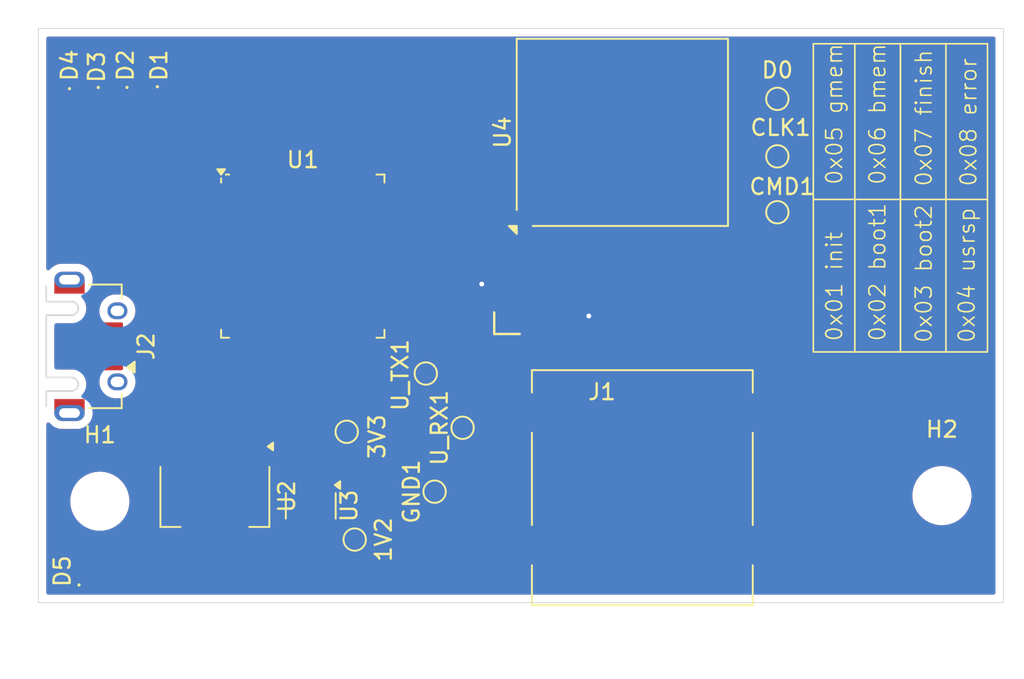
<source format=kicad_pcb>
(kicad_pcb (version 20241229) (generator "pcbnew") (generator_version "9.0")
  (layers (0 "F.Cu" signal) (2 "B.Cu" signal) (13 "F.Paste" user) (15 "B.Paste" user) (5 "F.SilkS" user "F.Silkscreen") (7 "B.SilkS" user "B.Silkscreen") (1 "F.Mask" user) (3 "B.Mask" user) (25 "Edge.Cuts" user))
  (net 0 "")
  (net 1 "GND")
  (net 2 "/Power/V_IN")
  (net 3 "+3V3")
  (net 4 "+1V2")
  (net 5 "/Linux_core/CLK_eMMC")
  (net 6 "Net-(U1A-PC0{slash}SPI0_CLK{slash}SDC1_CLK)")
  (net 7 "/Linux_core/D0_eMMC")
  (net 8 "Net-(U1A-PC2{slash}SPI0_MISO{slash}SDC1_D0)")
  (net 9 "/Linux_core/D1")
  (net 10 "Net-(U1A-PF0{slash}SDC0_D1{slash}DBG_MS{slash}IR_RX{slash}EINTF0)")
  (net 11 "/Linux_core/D0")
  (net 12 "Net-(U1A-PF1{slash}SDC0_D0{slash}DBG_DI{slash}EINTF1)")
  (net 13 "Net-(U1A-PF2{slash}SDC0_CLK{slash}UART0_RX{slash}EINTF2)")
  (net 14 "/Linux_core/CLK")
  (net 15 "/Linux_core/D3")
  (net 16 "Net-(U1A-PF4{slash}SDC0_D3{slash}UART0_TX{slash}EINTF4)")
  (net 17 "Net-(U1A-PF5{slash}SDC0_D2{slash}DBG_CK{slash}PWM1{slash}EINTF5)")
  (net 18 "/Linux_core/D2")
  (net 19 "/Linux_core/CMD")
  (net 20 "/Linux_core/CMD_eMMC")
  (net 23 "Net-(U1A-PD0{slash}LCD_D2{slash}TWI0_SDA{slash}RSB_SDA{slash}EINTD0)")
  (net 25 "/Linux_core/UART-TX")
  (net 30 "Net-(U1A-PD1{slash}LCD_D3{slash}UART1_RTS{slash}EINTD1)")
  (net 42 "Net-(U1A-PD2{slash}LCD_D4{slash}UART1_CTS{slash}EINTD2)")
  (net 58 "/Linux_core/UART_RX")
  (net 59 "/Linux_core/USB_DM")
  (net 61 "Net-(U1A-HOSCI)")
  (net 63 "Net-(U1A-HOSCO)")
  (net 64 "Net-(U1A-PD3{slash}LCD_D5{slash}UART1_RX{slash}EINTD3)")
  (net 79 "/Linux_core/USB_DP")
  (net 83 "VCC")
  (net 85 "VSS")
  (net 86 "VSSQ")
  (net 87 "VCCQ")
  (net 100 "/Linux_core/LED_1")
  (net 101 "/Linux_core/LED_2")
  (net 102 "/Linux_core/LED_3")
  (net 103 "/Linux_core/LED_4")
  (net 104 "Net-(D5-A)")
  (footprint "PCM_JLCPCB:C_0603" (layer "F.Cu") (at 145.2 113.02 -90)
    (property "Reference" "C16" (hide yes))
    (property "Value" "100nF")
  )
  (footprint "TestPoint:TestPoint_Pad_D1.0mm" (layer "F.Cu") (at 144.25 116.25 -90)
    (property "Reference" "3V3")
    (property "Value" "TestPoint")
  )
  (footprint "LED_SMD:LED_0201_0603Metric" (layer "F.Cu") (at 126.9 95.62 -90)
    (property "Reference" "D4")
    (property "Value" "LED")
  )
  (footprint "LED_SMD:LED_0201_0603Metric" (layer "F.Cu") (at 132.4 95.5 -90)
    (property "Reference" "D1")
    (property "Value" "LED")
  )
  (footprint "PCM_JLCPCB:C_0603" (layer "F.Cu") (at 139.68 98.9 180)
    (property "Reference" "C14" (hide yes))
    (property "Value" "100nF")
  )
  (footprint "PCM_JLCPCB:C_0603" (layer "F.Cu") (at 136.2 113.02 -90)
    (property "Reference" "C20" (hide yes))
    (property "Value" "100nF")
  )
  (footprint "Package_DFN_QFN:ArtInChip_QFN-88-1EP_10x10mm_P0.4mm_EP6.74x6.74mm" (layer "F.Cu") (at 141.5 105.25)
    (property "Reference" "U1")
    (property "Value" "F1C100s")
  )
  (footprint "PCM_JLCPCB:R_0402" (layer "F.Cu") (at 151 104.6)
    (property "Reference" "R5" (hide yes))
    (property "Value" "33Ω" (hide yes))
  )
  (footprint "PCM_JLCPCB:C_0603" (layer "F.Cu") (at 133.98 103.05 180)
    (property "Reference" "C22" (hide yes))
    (property "Value" "100nF")
  )
  (footprint "PCM_JLCPCB:C_0402" (layer "F.Cu") (at 134.2 104.55 180)
    (property "Reference" "C25" (hide yes))
    (property "Value" "1uF")
  )
  (footprint "PCM_JLCPCB:R_0402" (layer "F.Cu") (at 150.2 106.8)
    (property "Reference" "R7" (hide yes))
    (property "Value" "33Ω" (hide yes))
  )
  (footprint "PCM_JLCPCB:C_0603" (layer "F.Cu") (at 132.62 114.5)
    (property "Reference" "C1" (hide yes))
    (property "Value" "100nF")
  )
  (footprint "PCM_JLCPCB:C_0603" (layer "F.Cu") (at 149.22 109.3)
    (property "Reference" "C13" (hide yes))
    (property "Value" "100nF")
  )
  (footprint "PCM_JLCPCB:R_0402" (layer "F.Cu") (at 167 109.75 -90)
    (property "Reference" "R12" (hide yes))
    (property "Value" "47kΩ" (hide yes))
  )
  (footprint "PCM_JLCPCB:R_0603" (layer "F.Cu") (at 130.4 100.02 -90)
    (property "Reference" "R14" (hide yes))
    (property "Value" "1kΩ")
  )
  (footprint "PCM_JLCPCB:C_0603" (layer "F.Cu") (at 137.7 113.02 -90)
    (property "Reference" "C23" (hide yes))
    (property "Value" "100nF")
  )
  (footprint "Package_TO_SOT_SMD:SOT-223-3_TabPin2" (layer "F.Cu") (at 136 120.3 -90)
    (property "Reference" "U2")
    (property "Value" "AMS1117-3.3")
  )
  (footprint "TestPoint:TestPoint_Pad_D1.0mm" (layer "F.Cu") (at 171.2 99 90)
    (property "Reference" "CLK1")
    (property "Value" "TestPoint")
  )
  (footprint "PCM_JLCPCB:R_0402" (layer "F.Cu") (at 148.8 103.6)
    (property "Reference" "R3" (hide yes))
    (property "Value" "33Ω" (hide yes))
  )
  (footprint "PCM_JLCPCB:R_0402" (layer "F.Cu") (at 162.75 109.75 -90)
    (property "Reference" "R10" (hide yes))
    (property "Value" "47kΩ" (hide yes))
  )
  (footprint "PCM_JLCPCB:C_0603" (layer "F.Cu") (at 143.45 97.83 90)
    (property "Reference" "C21" (hide yes))
    (property "Value" "100nF")
  )
  (footprint "MountingHole:MountingHole_3.2mm_M3" (layer "F.Cu") (at 181.5 120.25)
    (property "Reference" "H2")
    (property "Value" "MountingHole")
  )
  (footprint "PCM_JLCPCB:R_0402" (layer "F.Cu") (at 150.4 105.9)
    (property "Reference" "R6" (hide yes))
    (property "Value" "33Ω" (hide yes))
  )
  (footprint "Package_BGA:LFBGA-153_11.5x13mm_Layout14x14_P0.5mm" (layer "F.Cu") (at 161.5 97.5 90)
    (property "Reference" "U4")
    (property "Value" "EMMC04G-M627-A01")
  )
  (footprint "LED_SMD:LED_0201_0603Metric" (layer "F.Cu") (at 128.7 95.545 -90)
    (property "Reference" "D3")
    (property "Value" "LED")
  )
  (footprint "PCM_JLCPCB:C_0402" (layer "F.Cu") (at 132.5 113)
    (property "Reference" "C5" (hide yes))
    (property "Value" "1uF")
  )
  (footprint "PCM_JLCPCB:C_0603" (layer "F.Cu") (at 141 117.03 90)
    (property "Reference" "C2" (hide yes))
    (property "Value" "100nF")
  )
  (footprint "PCM_JLCPCB:R_0603" (layer "F.Cu") (at 130.42 124.9)
    (property "Reference" "R17" (hide yes))
    (property "Value" "1kΩ")
  )
  (footprint "PCM_JLCPCB:R_0402" (layer "F.Cu") (at 150.7 102.7 180)
    (property "Reference" "R1" (hide yes))
    (property "Value" "33Ω" (hide yes))
  )
  (footprint "TestPoint:TestPoint_Pad_D1.0mm" (layer "F.Cu") (at 144.75 123 -90)
    (property "Reference" "1V2")
    (property "Value" "TestPoint")
  )
  (footprint "PCM_JLCPCB:R_0603" (layer "F.Cu") (at 128.7 101.82 -90)
    (property "Reference" "R15" (hide yes))
    (property "Value" "1kΩ")
  )
  (footprint "PCM_JLCPCB:R_0402" (layer "F.Cu") (at 161 109.75 -90)
    (property "Reference" "R9" (hide yes))
    (property "Value" "47kΩ" (hide yes))
  )
  (footprint "TestPoint:TestPoint_Pad_D1.0mm" (layer "F.Cu") (at 151.5 116 90)
    (property "Reference" "U_RX1")
    (property "Value" "TestPoint")
  )
  (footprint "LED_SMD:LED_0201_0603Metric" (layer "F.Cu") (at 130.5 95.545 -90)
    (property "Reference" "D2")
    (property "Value" "LED")
  )
  (footprint "PCM_JLCPCB:C_0603" (layer "F.Cu") (at 134.17 109.55 180)
    (property "Reference" "C7" (hide yes))
    (property "Value" "100nF")
  )
  (footprint "TestPoint:TestPoint_Pad_D1.0mm" (layer "F.Cu") (at 171.2 102.5 90)
    (property "Reference" "CMD1")
    (property "Value" "TestPoint")
  )
  (footprint "PCM_JLCPCB:C_0402" (layer "F.Cu") (at 134.2 111.05 180)
    (property "Reference" "C8" (hide yes))
    (property "Value" "1uF")
  )
  (footprint "PCM_JLCPCB:C_0603" (layer "F.Cu") (at 146.45 97.83 90)
    (property "Reference" "C11" (hide yes))
    (property "Value" "100nF")
  )
  (footprint "PCM_JLCPCB:C_0402" (layer "F.Cu") (at 132 111.75)
    (property "Reference" "C4" (hide yes))
    (property "Value" "1uF")
  )
  (footprint "PCM_JLCPCB:C_0603" (layer "F.Cu") (at 144.95 97.83 90)
    (property "Reference" "C10" (hide yes))
    (property "Value" "100nF")
  )
  (footprint "PCM_JLCPCB:C_0402" (layer "F.Cu") (at 152.7 108.4 90)
    (property "Reference" "C27" (hide yes))
    (property "Value" "18pF")
  )
  (footprint "PCM_JLCPCB:R_0402" (layer "F.Cu") (at 159.25 111.75)
    (property "Reference" "R8" (hide yes))
    (property "Value" "47kΩ" (hide yes))
  )
  (footprint "PCM_JLCPCB:C_0603" (layer "F.Cu") (at 142.2 113.02 -90)
    (property "Reference" "C18" (hide yes))
    (property "Value" "100nF")
  )
  (footprint "PCM_JLCPCB:OSC-SMD_4P-L3.2-W2.5-BL" (layer "F.Cu") (at 155.48 108.425)
    (property "Reference" "X1" (hide yes))
    (property "Value" "24MHz")
  )
  (footprint "PCM_JLCPCB:C_0603" (layer "F.Cu") (at 141.97 124 180)
    (property "Reference" "C3" (hide yes))
    (property "Value" "100nF")
  )
  (footprint "PCM_JLCPCB:R_0402" (layer "F.Cu") (at 148.5 104.5)
    (property "Reference" "R4" (hide yes))
    (property "Value" "33Ω" (hide yes))
  )
  (footprint "PCM_JLCPCB:C_0603" (layer "F.Cu") (at 171.75 119.78 90)
    (property "Reference" "C26" (hide yes))
    (property "Value" "100nF")
  )
  (footprint "LED_SMD:LED_0201_0603Metric" (layer "F.Cu") (at 127.5 124.98 90)
    (property "Reference" "D5")
    (property "Value" "LED")
  )
  (footprint "PCM_JLCPCB:R_0402" (layer "F.Cu") (at 165.25 109.75 -90)
    (property "Reference" "R11" (hide yes))
    (property "Value" "47kΩ" (hide yes))
  )
  (footprint "PCM_JLCPCB:C_0402" (layer "F.Cu") (at 147.95 100.05)
    (property "Reference" "C17" (hide yes))
    (property "Value" "1uF")
  )
  (footprint "PCM_JLCPCB:C_0603" (layer "F.Cu") (at 133.98 101.55 180)
    (property "Reference" "C15" (hide yes))
    (property "Value" "100nF")
  )
  (footprint "Package_TO_SOT_SMD:SOT-23-5" (layer "F.Cu") (at 142 120.8875 -90)
    (property "Reference" "U3")
    (property "Value" "TLV75512PDBV (WL9193S5-12)")
  )
  (footprint "PCM_JLCPCB:C_0603" (layer "F.Cu") (at 139.2 113.02 -90)
    (property "Reference" "C24" (hide yes))
    (property "Value" "100nF")
  )
  (footprint "PCM_JLCPCB:R_0402" (layer "F.Cu") (at 149.5 101.3 180)
    (property "Reference" "R2" (hide yes))
    (property "Value" "33Ω" (hide yes))
  )
  (footprint "PCM_JLCPCB:C_0603" (layer "F.Cu") (at 143.7 113.02 -90)
    (property "Reference" "C9" (hide yes))
    (property "Value" "100nF")
  )
  (footprint "TestPoint:TestPoint_Pad_D1.0mm" (layer "F.Cu") (at 171.2 95.4 90)
    (property "Reference" "D0")
    (property "Value" "TestPoint")
  )
  (footprint "Connector_Card:microSD_HC_Molex_47219-2001" (layer "F.Cu") (at 162.75 119.75)
    (property "Reference" "J1")
    (property "Value" "Micro_SD_Card")
  )
  (footprint "MountingHole:MountingHole_3.2mm_M3" (layer "F.Cu") (at 128.8 120.6)
    (property "Reference" "H1")
    (property "Value" "MountingHole")
  )
  (footprint "PCM_JLCPCB:R_0603" (layer "F.Cu") (at 126.9 103.62 -90)
    (property "Reference" "R16" (hide yes))
    (property "Value" "1kΩ")
  )
  (footprint "TestPoint:TestPoint_Pad_D1.0mm" (layer "F.Cu") (at 149.2 112.6 90)
    (property "Reference" "U_TX1")
    (property "Value" "TestPoint")
  )
  (footprint "PCM_JLCPCB:C_0402" (layer "F.Cu") (at 142.5 117.25 90)
    (property "Reference" "C6" (hide yes))
    (property "Value" "1uF")
  )
  (footprint "TestPoint:TestPoint_Pad_D1.0mm" (layer "F.Cu") (at 149.75 120 90)
    (property "Reference" "GND1")
    (property "Value" "TestPoint")
  )
  (footprint "PCM_JLCPCB:C_0603" (layer "F.Cu") (at 140.7 113.02 -90)
    (property "Reference" "C19" (hide yes))
    (property "Value" "100nF")
  )
  (footprint "PCM_JLCPCB:R_0603" (layer "F.Cu") (at 132.5 98.98 -90)
    (property "Reference" "R13" (hide yes))
    (property "Value" "1kΩ")
  )
  (footprint "Connector_USB:USB_Micro-AB_Molex_47590-0001" (layer "F.Cu") (at 126.55 110.9 -90)
    (property "Reference" "J2")
    (property "Value" "USB_B_Micro")
    (fp_line (start -3.75 1.1) (end -2.8 1.1) (stroke (width 0.1)) (layer "Edge.Cuts"))
    (fp_line (start -1.95 1.1) (end 1.95 1.1) (stroke (width 0.1)) (layer "Edge.Cuts"))
    (fp_line (start 2.8 1.1) (end 3.75 1.1) (stroke (width 0.1)) (layer "Edge.Cuts"))
    (fp_line (start -2.8 -0.475) (end -2.8 1.1) (stroke (width 0.1)) (layer "Edge.Cuts"))
    (fp_line (start -1.95 -0.475) (end -1.95 1.1) (stroke (width 0.1)) (layer "Edge.Cuts"))
    (fp_line (start 1.95 -0.475) (end 1.95 1.1) (stroke (width 0.1)) (layer "Edge.Cuts"))
    (fp_line (start 2.8 -0.475) (end 2.8 1.1) (stroke (width 0.1)) (layer "Edge.Cuts"))
    (fp_arc (start -2.8 -0.475) (mid -2.375 -0.9) (end -1.95 -0.475) (stroke (width 0.1)) (layer "Edge.Cuts"))
    (fp_arc (start 1.95 -0.475) (mid 2.375 -0.9) (end 2.8 -0.475) (stroke (width 0.1)) (layer "Edge.Cuts"))
  )
  (footprint "PCM_JLCPCB:C_0402" (layer "F.Cu") (at 158.2 108.5 -90)
    (property "Reference" "C28" (hide yes))
    (property "Value" "18pF")
  )
  (footprint "PCM_JLCPCB:C_0603" (layer "F.Cu") (at 134.17 108.05 180)
    (property "Reference" "C12" (hide yes))
    (property "Value" "100nF")
  )
  (gr_line (start 176.05 111.25) (end 176.05 91.95) (stroke (width 0.1)) (layer "F.SilkS"))
  (gr_line (start 178.9 111.25) (end 178.9 91.95) (stroke (width 0.1)) (layer "F.SilkS"))
  (gr_line (start 173.45 101.7) (end 184.35 101.7) (stroke (width 0.1)) (layer "F.SilkS"))
  (gr_line (start 181.75 111.25) (end 181.75 91.95) (stroke (width 0.1)) (layer "F.SilkS"))
  (gr_line (start 178.9 111.25) (end 178.9 92.15) (stroke (width 0.1)) (layer "F.SilkS"))
  (gr_rect (start 173.45 91.95) (end 184.35 111.25) (stroke (width 0.1)) (fill no) (layer "F.SilkS"))
  (gr_rect (start 124.95 91) (end 185.35 126.95) (stroke (width 0.05)) (fill no) (layer "Edge.Cuts"))
  (gr_text "0x07 finish\n" (at 180.95 100.95 90) (layer "F.SilkS") (effects (font (size 1 1) (thickness 0.1)) (justify left bottom)))
  (gr_text "0x01 init\n" (at 175.35 110.65 90) (layer "F.SilkS") (effects (font (size 1 1) (thickness 0.1)) (justify left bottom)))
  (gr_text "0x05 gmem\n" (at 175.35 100.85 90) (layer "F.SilkS") (effects (font (size 1 1) (thickness 0.1)) (justify left bottom)))
  (gr_text "0x04 usrsp\n\n" (at 185.25 110.75 90) (layer "F.SilkS") (effects (font (size 1 1) (thickness 0.1)) (justify left bottom)))
  (gr_text "0x08 error\n" (at 183.75 100.95 90) (layer "F.SilkS") (effects (font (size 1 1) (thickness 0.1)) (justify left bottom)))
  (gr_text "0x06 bmem\n" (at 178.05 100.85 90) (layer "F.SilkS") (effects (font (size 1 1) (thickness 0.1)) (justify left bottom)))
  (gr_text "0x02 boot1\n" (at 178.05 110.65 90) (layer "F.SilkS") (effects (font (size 1 1) (thickness 0.1)) (justify left bottom)))
  (gr_text "0x03 boot2\n" (at 180.95 110.75 90) (layer "F.SilkS") (effects (font (size 1 1) (thickness 0.1)) (justify left bottom)))
  (segment (start 156.58 109.305) (end 157.895 109.305) (width 0.2) (layer "F.Cu") (net 1))
  (segment (start 152.7 107.9) (end 152.7 107) (width 0.2) (layer "F.Cu") (net 1))
  (segment (start 154.025 107.9) (end 154.38 107.545) (width 0.2) (layer "F.Cu") (net 1))
  (segment (start 158.2 109) (end 159.4 109) (width 0.2) (layer "F.Cu") (net 1))
  (segment (start 159.4 109) (end 159.6 109) (width 0.2) (layer "F.Cu") (net 1))
  (segment (start 152.7 107.9) (end 154.025 107.9) (width 0.2) (layer "F.Cu") (net 1))
  (segment (start 157.895 109.305) (end 158.2 109) (width 0.2) (layer "F.Cu") (net 1))
  (via (at 159.4 109) (size 0.6) (drill 0.3) (layers "F.Cu" "B.Cu") (net 1))
  (via (at 152.7 107) (size 0.6) (drill 0.3) (layers "F.Cu" "B.Cu") (net 1))
  (segment (start 151.8 102.5) (end 151.9 102.4) (width 0.2) (layer "F.Cu") (net 5))
  (segment (start 153 102.4) (end 153.4 102.4) (width 0.2) (layer "F.Cu") (net 5))
  (segment (start 151.9 102.4) (end 153 102.4) (width 0.2) (layer "F.Cu") (net 5))
  (segment (start 151.2 102.7) (end 151.6 102.7) (width 0.2) (layer "F.Cu") (net 5))
  (segment (start 151.6 102.7) (end 151.8 102.5) (width 0.2) (layer "F.Cu") (net 5))
  (segment (start 147.9 103) (end 149.1 103) (width 0.2) (layer "F.Cu") (net 6))
  (segment (start 147.05 103.85) (end 147.9 103) (width 0.2) (layer "F.Cu") (net 6))
  (segment (start 149.4 102.7) (end 150.2 102.7) (width 0.2) (layer "F.Cu") (net 6))
  (segment (start 146.3 103.85) (end 147.05 103.85) (width 0.2) (layer "F.Cu") (net 6))
  (segment (start 149.1 103) (end 149.4 102.7) (width 0.2) (layer "F.Cu") (net 6))
  (segment (start 150.3 101.6) (end 153.8 101.6) (width 0.2) (layer "F.Cu") (net 7))
  (segment (start 150 101.3) (end 150.3 101.6) (width 0.2) (layer "F.Cu") (net 7))
  (segment (start 147.7 102.1) (end 148.6 102.1) (width 0.2) (layer "F.Cu") (net 8))
  (segment (start 146.75 103.05) (end 147.7 102.1) (width 0.2) (layer "F.Cu") (net 8))
  (segment (start 146.3 103.05) (end 146.75 103.05) (width 0.2) (layer "F.Cu") (net 8))
  (segment (start 149 101.7) (end 149 101.3) (width 0.2) (layer "F.Cu") (net 8))
  (segment (start 148.6 102.1) (end 149 101.7) (width 0.2) (layer "F.Cu") (net 8))
  (segment (start 162.75 106.25) (end 165.25 106.25) (width 0.2) (layer "F.Cu") (net 9))
  (segment (start 160.1 103.6) (end 162.75 106.25) (width 0.2) (layer "F.Cu") (net 9))
  (segment (start 168 109.75) (end 167.5 110.25) (width 0.2) (layer "F.Cu") (net 9))
  (segment (start 167 110.25) (end 167 117.405) (width 0.2) (layer "F.Cu") (net 9))
  (segment (start 149.3 103.6) (end 160.1 103.6) (width 0.2) (layer "F.Cu") (net 9))
  (segment (start 168 109) (end 168 109.75) (width 0.2) (layer "F.Cu") (net 9))
  (segment (start 165.25 106.25) (end 168 109) (width 0.2) (layer "F.Cu") (net 9))
  (segment (start 167 117.405) (end 167.245 117.65) (width 0.2) (layer "F.Cu") (net 9))
  (segment (start 167.5 110.25) (end 167 110.25) (width 0.2) (layer "F.Cu") (net 9))
  (segment (start 146.3 104.25) (end 147.25 104.25) (width 0.2) (layer "F.Cu") (net 10))
  (segment (start 147.9 103.6) (end 148.3 103.6) (width 0.2) (layer "F.Cu") (net 10))
  (segment (start 147.25 104.25) (end 147.9 103.6) (width 0.2) (layer "F.Cu") (net 10))
  (segment (start 166.145 111.145) (end 165.25 110.25) (width 0.2) (layer "F.Cu") (net 11))
  (segment (start 150 104) (end 152 104) (width 0.2) (layer "F.Cu") (net 11))
  (segment (start 166 108.805771) (end 166 109.5) (width 0.2) (layer "F.Cu") (net 11))
  (segment (start 152.2 104.2) (end 159.9 104.2) (width 0.2) (layer "F.Cu") (net 11))
  (segment (start 149 104.5) (end 149.5 104.5) (width 0.2) (layer "F.Cu") (net 11))
  (segment (start 149.5 104.5) (end 150 104) (width 0.2) (layer "F.Cu") (net 11))
  (segment (start 162.5 106.8) (end 163.994229 106.8) (width 0.2) (layer "F.Cu") (net 11))
  (segment (start 152 104) (end 152.2 104.2) (width 0.2) (layer "F.Cu") (net 11))
  (segment (start 166.145 117.65) (end 166.145 111.145) (width 0.2) (layer "F.Cu") (net 11))
  (segment (start 163.994229 106.8) (end 166 108.805771) (width 0.2) (layer "F.Cu") (net 11))
  (segment (start 159.9 104.2) (end 162.5 106.8) (width 0.2) (layer "F.Cu") (net 11))
  (segment (start 166 109.5) (end 165.25 110.25) (width 0.2) (layer "F.Cu") (net 11))
  (segment (start 146.3 104.65) (end 147.85 104.65) (width 0.2) (layer "F.Cu") (net 12))
  (segment (start 147.85 104.65) (end 148 104.5) (width 0.2) (layer "F.Cu") (net 12))
  (segment (start 150.3 104.9) (end 150.3 104.8) (width 0.2) (layer "F.Cu") (net 13))
  (segment (start 150.15 105.05) (end 150.3 104.9) (width 0.2) (layer "F.Cu") (net 13))
  (segment (start 150.3 104.8) (end 150.5 104.6) (width 0.2) (layer "F.Cu") (net 13))
  (segment (start 146.3 105.05) (end 150.15 105.05) (width 0.2) (layer "F.Cu") (net 13))
  (segment (start 162.275 107.25) (end 163.25 107.25) (width 0.2) (layer "F.Cu") (net 14))
  (segment (start 151.5 104.6) (end 159.625 104.6) (width 0.2) (layer "F.Cu") (net 14))
  (segment (start 159.625 104.6) (end 162.275 107.25) (width 0.2) (layer "F.Cu") (net 14))
  (segment (start 163.25 107.25) (end 164 108) (width 0.2) (layer "F.Cu") (net 14))
  (segment (start 164 108) (end 164 117.595) (width 0.2) (layer "F.Cu") (net 14))
  (segment (start 164 117.595) (end 163.945 117.65) (width 0.2) (layer "F.Cu") (net 14))
  (segment (start 150.9 105.9) (end 151.8 105.9) (width 0.2) (layer "F.Cu") (net 15))
  (segment (start 151.8 105.9) (end 152.2 105.5) (width 0.2) (layer "F.Cu") (net 15))
  (segment (start 160.645 117.65) (end 160.645 113.855) (width 0.2) (layer "F.Cu") (net 15))
  (segment (start 161.9 109.35) (end 161 110.25) (width 0.2) (layer "F.Cu") (net 15))
  (segment (start 152.2 105.5) (end 159 105.5) (width 0.2) (layer "F.Cu") (net 15))
  (segment (start 159 105.5) (end 161.9 108.4) (width 0.2) (layer "F.Cu") (net 15))
  (segment (start 161 113.5) (end 161 110.25) (width 0.2) (layer "F.Cu") (net 15))
  (segment (start 160.645 113.855) (end 161 113.5) (width 0.2) (layer "F.Cu") (net 15))
  (segment (start 161.9 108.4) (end 161.9 109.35) (width 0.2) (layer "F.Cu") (net 15))
  (segment (start 149.85 105.85) (end 149.9 105.9) (width 0.2) (layer "F.Cu") (net 16))
  (segment (start 146.3 105.85) (end 149.85 105.85) (width 0.2) (layer "F.Cu") (net 16))
  (segment (start 146.3 106.25) (end 149.15 106.25) (width 0.2) (layer "F.Cu") (net 17))
  (segment (start 149.15 106.25) (end 149.7 106.8) (width 0.2) (layer "F.Cu") (net 17))
  (segment (start 160.25 109.75) (end 159.75 110.25) (width 0.2) (layer "F.Cu") (net 18))
  (segment (start 158.8 105.9) (end 160.25 107.35) (width 0.2) (layer "F.Cu") (net 18))
  (segment (start 159.75 110.25) (end 159.75 111.75) (width 0.2) (layer "F.Cu") (net 18))
  (segment (start 159.545 112.955) (end 159.75 112.75) (width 0.2) (layer "F.Cu") (net 18))
  (segment (start 159.545 117.65) (end 159.545 112.955) (width 0.2) (layer "F.Cu") (net 18))
  (segment (start 159.75 112.75) (end 159.75 111.75) (width 0.2) (layer "F.Cu") (net 18))
  (segment (start 151.4 106.8) (end 152.3 105.9) (width 0.2) (layer "F.Cu") (net 18))
  (segment (start 152.3 105.9) (end 158.8 105.9) (width 0.2) (layer "F.Cu") (net 18))
  (segment (start 150.7 106.8) (end 151.4 106.8) (width 0.2) (layer "F.Cu") (net 18))
  (segment (start 160.25 107.35) (end 160.25 109.75) (width 0.2) (layer "F.Cu") (net 18))
  (segment (start 152.074322 105.2) (end 159.4 105.2) (width 0.2) (layer "F.Cu") (net 19))
  (segment (start 151.885322 105.389) (end 152.074322 105.2) (width 0.2) (layer "F.Cu") (net 19))
  (segment (start 163 110.25) (end 163.5 109.75) (width 0.2) (layer "F.Cu") (net 19))
  (segment (start 146.3 105.45) (end 149.553872 105.45) (width 0.2) (layer "F.Cu") (net 19))
  (segment (start 161.745 117.65) (end 161.745 114.255) (width 0.2) (layer "F.Cu") (net 19))
  (segment (start 162.1 107.9) (end 162.65 107.9) (width 0.2) (layer "F.Cu") (net 19))
  (segment (start 159.4 105.2) (end 162.1 107.9) (width 0.2) (layer "F.Cu") (net 19))
  (segment (start 149.614872 105.389) (end 151.885322 105.389) (width 0.2) (layer "F.Cu") (net 19))
  (segment (start 162.75 110.25) (end 163 110.25) (width 0.2) (layer "F.Cu") (net 19))
  (segment (start 162.65 107.9) (end 163.5 108.75) (width 0.2) (layer "F.Cu") (net 19))
  (segment (start 149.553872 105.45) (end 149.614872 105.389) (width 0.2) (layer "F.Cu") (net 19))
  (segment (start 163.5 108.75) (end 163.5 109.75) (width 0.2) (layer "F.Cu") (net 19))
  (segment (start 161.745 114.255) (end 162.75 113.25) (width 0.2) (layer "F.Cu") (net 19))
  (segment (start 162.75 113.25) (end 162.75 110.25) (width 0.2) (layer "F.Cu") (net 19))
  (segment (start 146.85 103.45) (end 147.5 102.8) (width 0.2) (layer "F.Cu") (net 20))
  (segment (start 147.5 102.8) (end 147.8 102.5) (width 0.2) (layer "F.Cu") (net 20))
  (segment (start 147.8 102.5) (end 148.9 102.5) (width 0.2) (layer "F.Cu") (net 20))
  (segment (start 148.9 102.5) (end 149.4 102) (width 0.2) (layer "F.Cu") (net 20))
  (segment (start 149.4 102) (end 153.6 102) (width 0.2) (layer "F.Cu") (net 20))
  (segment (start 146.3 103.45) (end 146.85 103.45) (width 0.2) (layer "F.Cu") (net 20))
  (segment (start 152.6 109) (end 152.7 108.9) (width 0.2) (layer "F.Cu") (net 61))
  (segment (start 152.9 109) (end 153.205 109.305) (width 0.2) (layer "F.Cu") (net 61))
  (segment (start 153.205 109.305) (end 154.38 109.305) (width 0.2) (layer "F.Cu") (net 61))
  (segment (start 152.8 109) (end 152.9 109) (width 0.2) (layer "F.Cu") (net 61))
  (segment (start 151.2 108.1) (end 152.1 109) (width 0.2) (layer "F.Cu") (net 61))
  (segment (start 152.1 109) (end 152.6 109) (width 0.2) (layer "F.Cu") (net 61))
  (segment (start 152.7 108.9) (end 152.8 109) (width 0.2) (layer "F.Cu") (net 61))
  (segment (start 146.3 107.05) (end 147.85 107.05) (width 0.2) (layer "F.Cu") (net 61))
  (segment (start 148.9 108.1) (end 151.2 108.1) (width 0.2) (layer "F.Cu") (net 61))
  (segment (start 147.85 107.05) (end 148.9 108.1) (width 0.2) (layer "F.Cu") (net 61))
  (segment (start 156.58 107.48) (end 155.5 106.4) (width 0.2) (layer "F.Cu") (net 63))
  (segment (start 158.2 108) (end 158 108) (width 0.2) (layer "F.Cu") (net 63))
  (segment (start 148.05 106.65) (end 146.3 106.65) (width 0.2) (layer "F.Cu") (net 63))
  (segment (start 155.5 106.4) (end 152.5 106.4) (width 0.2) (layer "F.Cu") (net 63))
  (segment (start 157.545 107.545) (end 156.58 107.545) (width 0.2) (layer "F.Cu") (net 63))
  (segment (start 158 108) (end 157.545 107.545) (width 0.2) (layer "F.Cu") (net 63))
  (segment (start 152.5 106.4) (end 151.2 107.7) (width 0.2) (layer "F.Cu") (net 63))
  (segment (start 156.58 107.545) (end 156.58 107.48) (width 0.2) (layer "F.Cu") (net 63))
  (segment (start 149.1 107.7) (end 148.05 106.65) (width 0.2) (layer "F.Cu") (net 63))
  (segment (start 151.2 107.7) (end 149.1 107.7) (width 0.2) (layer "F.Cu") (net 63))
  (zone (net 1) (net_name "GND") (layers "F.Cu" "B.Cu") (connect_pads (clearance 0.5)) (min_thickness 0.25) (fill yes (thermal_gap 0.5) (thermal_bridge_width 0.5))
    (polygon (pts (xy 185.35 91) (xy 185.35 126.85) (xy 124.95 126.85) (xy 124.95 91)))
  )
)
</source>
